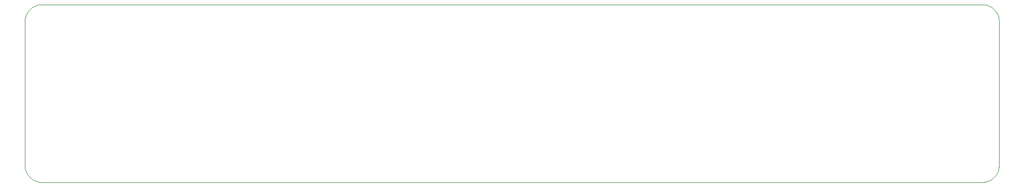
<source format=gbr>
G04 #@! TF.GenerationSoftware,KiCad,Pcbnew,5.0.0-rc2-dev-unknown-0d8692d~82~ubuntu16.04.1*
G04 #@! TF.CreationDate,2018-04-12T17:58:06+01:00*
G04 #@! TF.ProjectId,pcbart,7063626172742E6B696361645F706362,rev?*
G04 #@! TF.SameCoordinates,Original*
G04 #@! TF.FileFunction,Profile,NP*
%FSLAX46Y46*%
G04 Gerber Fmt 4.6, Leading zero omitted, Abs format (unit mm)*
G04 Created by KiCad (PCBNEW 5.0.0-rc2-dev-unknown-0d8692d~82~ubuntu16.04.1) date Thu Apr 12 17:58:06 2018*
%MOMM*%
%LPD*%
G01*
G04 APERTURE LIST*
%ADD10C,0.100000*%
G04 APERTURE END LIST*
D10*
X-80324503Y14513016D02*
X73113430Y14513016D01*
X73113430Y14513016D02*
X73401200Y14498177D01*
X73401200Y14498177D02*
X73680480Y14454614D01*
X73680480Y14454614D02*
X73949870Y14383753D01*
X73949870Y14383753D02*
X74207990Y14287023D01*
X74207990Y14287023D02*
X74453450Y14165854D01*
X74453450Y14165854D02*
X74684850Y14021672D01*
X74684850Y14021672D02*
X74900810Y13855905D01*
X74900810Y13855905D02*
X75099930Y13669984D01*
X75099930Y13669984D02*
X75280840Y13465334D01*
X75280840Y13465334D02*
X75442130Y13243386D01*
X75442130Y13243386D02*
X75582420Y13005566D01*
X75582420Y13005566D02*
X75700330Y12753303D01*
X75700330Y12753303D02*
X75794440Y12488026D01*
X75794440Y12488026D02*
X75863390Y12211162D01*
X75863390Y12211162D02*
X75905780Y11924141D01*
X75905780Y11924141D02*
X75920220Y11628389D01*
X75920220Y11628389D02*
X75920220Y-11653880D01*
X75920220Y-11653880D02*
X75905780Y-11949630D01*
X75905780Y-11949630D02*
X75863390Y-12236650D01*
X75863390Y-12236650D02*
X75794440Y-12513520D01*
X75794440Y-12513520D02*
X75700330Y-12778790D01*
X75700330Y-12778790D02*
X75582420Y-13031050D01*
X75582420Y-13031050D02*
X75442130Y-13268870D01*
X75442130Y-13268870D02*
X75280840Y-13490820D01*
X75280840Y-13490820D02*
X75099930Y-13695470D01*
X75099930Y-13695470D02*
X74900810Y-13881390D01*
X74900810Y-13881390D02*
X74684850Y-14047160D01*
X74684850Y-14047160D02*
X74453450Y-14191340D01*
X74453450Y-14191340D02*
X74207990Y-14312510D01*
X74207990Y-14312510D02*
X73949870Y-14409240D01*
X73949870Y-14409240D02*
X73680480Y-14480100D01*
X73680480Y-14480100D02*
X73401200Y-14523660D01*
X73401200Y-14523660D02*
X73113430Y-14538500D01*
X73113430Y-14538500D02*
X-80324503Y-14538500D01*
X-80324503Y-14538500D02*
X-80612274Y-14523660D01*
X-80612274Y-14523660D02*
X-80891551Y-14480100D01*
X-80891551Y-14480100D02*
X-81160944Y-14409240D01*
X-81160944Y-14409240D02*
X-81419064Y-14312510D01*
X-81419064Y-14312510D02*
X-81664519Y-14191340D01*
X-81664519Y-14191340D02*
X-81895922Y-14047160D01*
X-81895922Y-14047160D02*
X-82111882Y-13881390D01*
X-82111882Y-13881390D02*
X-82311009Y-13695470D01*
X-82311009Y-13695470D02*
X-82491914Y-13490820D01*
X-82491914Y-13490820D02*
X-82653208Y-13268870D01*
X-82653208Y-13268870D02*
X-82793499Y-13031050D01*
X-82793499Y-13031050D02*
X-82911399Y-12778790D01*
X-82911399Y-12778790D02*
X-83005519Y-12513520D01*
X-83005519Y-12513520D02*
X-83074467Y-12236650D01*
X-83074467Y-12236650D02*
X-83116856Y-11949630D01*
X-83116856Y-11949630D02*
X-83131294Y-11653880D01*
X-83131294Y-11653880D02*
X-83131294Y11628389D01*
X-83131294Y11628389D02*
X-83116856Y11924141D01*
X-83116856Y11924141D02*
X-83074467Y12211162D01*
X-83074467Y12211162D02*
X-83005519Y12488026D01*
X-83005519Y12488026D02*
X-82911399Y12753303D01*
X-82911399Y12753303D02*
X-82793499Y13005566D01*
X-82793499Y13005566D02*
X-82653208Y13243386D01*
X-82653208Y13243386D02*
X-82491914Y13465334D01*
X-82491914Y13465334D02*
X-82311009Y13669984D01*
X-82311009Y13669984D02*
X-82111882Y13855905D01*
X-82111882Y13855905D02*
X-81895922Y14021672D01*
X-81895922Y14021672D02*
X-81664519Y14165854D01*
X-81664519Y14165854D02*
X-81419064Y14287023D01*
X-81419064Y14287023D02*
X-81160944Y14383753D01*
X-81160944Y14383753D02*
X-80891551Y14454614D01*
X-80891551Y14454614D02*
X-80612274Y14498177D01*
X-80612274Y14498177D02*
X-80324503Y14513016D01*
X-80324503Y14513016D02*
X-80324503Y14513016D01*
X-80324503Y14513016D02*
X-80324503Y14513016D01*
M02*

</source>
